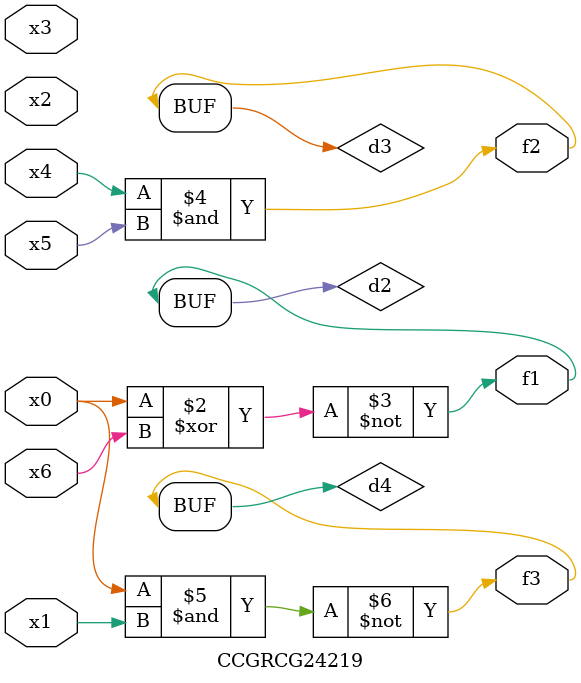
<source format=v>
module CCGRCG24219(
	input x0, x1, x2, x3, x4, x5, x6,
	output f1, f2, f3
);

	wire d1, d2, d3, d4;

	nor (d1, x0);
	xnor (d2, x0, x6);
	and (d3, x4, x5);
	nand (d4, x0, x1);
	assign f1 = d2;
	assign f2 = d3;
	assign f3 = d4;
endmodule

</source>
